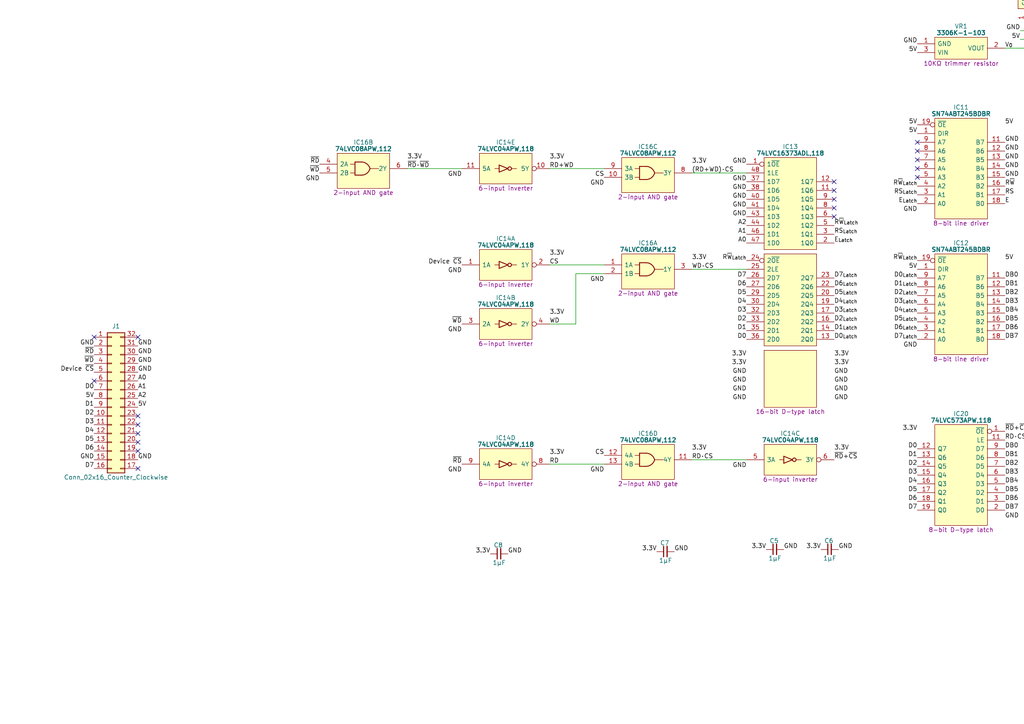
<source format=kicad_sch>
(kicad_sch (version 20230121) (generator eeschema)
  (paper "A4")
  (lib_symbols
    (symbol "Bourns:3306K-1-103" (pin_names (offset 0.762))
      (property "Reference" "VR" (at 12.7 5.08 0))
      (property "Value" "3306K-1-103" (at 12.7 3.175 0))
      (property "Description" "10KΩ trimmer resistor" (at 12.7 -5.715 0))
      (symbol "3306K-1-103_0_0"
        (pin passive line (at 0 0 0) (length 5.08) (name "GND") (number "1"))
        (pin passive line (at 25.4 -1.27 180) (length 5.08) (name "VOUT") (number "2"))
        (pin passive line (at 0 -2.54 0) (length 5.08) (name "VIN") (number "3"))
      )
      (symbol "3306K-1-103_0_1"
        (polyline (pts (xy 5.08 1.905) (xy 20.32 1.905) (xy 20.32 -4.445) (xy 5.08 -4.445) (xy 5.08 1.905)) (stroke (width 0.1524)) (fill (type background)))
      )
    )
    (symbol "C_0805_5" (pin_numbers hide) (pin_names (offset 0.254) hide)
      (property "Reference" "C" (at 2.286 2.54 0))
      (property "Value" "?μF" (at 2.54 -2.54 0))
      (symbol "C_0805_5_0_1"
        (polyline (pts (xy 1.9685 -1.4605) (xy 1.9685 1.5875)) (stroke (width 0.3048)))
        (polyline (pts (xy 2.9845 -1.4605) (xy 2.9845 1.5875)) (stroke (width 0.3302)))
      )
      (symbol "C_0805_5_1_1"
        (pin passive line (at 0 0 0) (length 2.032) (name "~") (number "1"))
        (pin passive line (at 5.08 0 180) (length 2.032) (name "~") (number "2"))
      )
    )
    (symbol "Connector_Generic:Conn_02x16_Counter_Clockwise" (pin_names (offset 1.016) hide)
      (property "Reference" "J" (at 1.27 20.32 0))
      (property "Value" "Conn_02x16_Counter_Clockwise" (at 1.27 -22.86 0))
      (symbol "Conn_02x16_Counter_Clockwise_1_1"
        (rectangle (start -1.27 -20.193) (end 0 -20.447) (stroke (width 0.1524)))
        (rectangle (start -1.27 -17.653) (end 0 -17.907) (stroke (width 0.1524)))
        (rectangle (start -1.27 -15.113) (end 0 -15.367) (stroke (width 0.1524)))
        (rectangle (start -1.27 -12.573) (end 0 -12.827) (stroke (width 0.1524)))
        (rectangle (start -1.27 -10.033) (end 0 -10.287) (stroke (width 0.1524)))
        (rectangle (start -1.27 -7.493) (end 0 -7.747) (stroke (width 0.1524)))
        (rectangle (start -1.27 -4.953) (end 0 -5.207) (stroke (width 0.1524)))
        (rectangle (start -1.27 -2.413) (end 0 -2.667) (stroke (width 0.1524)))
        (rectangle (start -1.27 0.127) (end 0 -0.127) (stroke (width 0.1524)))
        (rectangle (start -1.27 2.667) (end 0 2.413) (stroke (width 0.1524)))
        (rectangle (start -1.27 5.207) (end 0 4.953) (stroke (width 0.1524)))
        (rectangle (start -1.27 7.747) (end 0 7.493) (stroke (width 0.1524)))
        (rectangle (start -1.27 10.287) (end 0 10.033) (stroke (width 0.1524)))
        (rectangle (start -1.27 12.827) (end 0 12.573) (stroke (width 0.1524)))
        (rectangle (start -1.27 15.367) (end 0 15.113) (stroke (width 0.1524)))
        (rectangle (start -1.27 17.907) (end 0 17.653) (stroke (width 0.1524)))
        (rectangle (start -1.27 19.05) (end 3.81 -21.59) (stroke (width 0.254)) (fill (type background)))
        (rectangle (start 3.81 -20.193) (end 2.54 -20.447) (stroke (width 0.1524)))
        (rectangle (start 3.81 -17.653) (end 2.54 -17.907) (stroke (width 0.1524)))
        (rectangle (start 3.81 -15.113) (end 2.54 -15.367) (stroke (width 0.1524)))
        (rectangle (start 3.81 -12.573) (end 2.54 -12.827) (stroke (width 0.1524)))
        (rectangle (start 3.81 -10.033) (end 2.54 -10.287) (stroke (width 0.1524)))
        (rectangle (start 3.81 -7.493) (end 2.54 -7.747) (stroke (width 0.1524)))
        (rectangle (start 3.81 -4.953) (end 2.54 -5.207) (stroke (width 0.1524)))
        (rectangle (start 3.81 -2.413) (end 2.54 -2.667) (stroke (width 0.1524)))
        (rectangle (start 3.81 0.127) (end 2.54 -0.127) (stroke (width 0.1524)))
        (rectangle (start 3.81 2.667) (end 2.54 2.413) (stroke (width 0.1524)))
        (rectangle (start 3.81 5.207) (end 2.54 4.953) (stroke (width 0.1524)))
        (rectangle (start 3.81 7.747) (end 2.54 7.493) (stroke (width 0.1524)))
        (rectangle (start 3.81 10.287) (end 2.54 10.033) (stroke (width 0.1524)))
        (rectangle (start 3.81 12.827) (end 2.54 12.573) (stroke (width 0.1524)))
        (rectangle (start 3.81 15.367) (end 2.54 15.113) (stroke (width 0.1524)))
        (rectangle (start 3.81 17.907) (end 2.54 17.653) (stroke (width 0.1524)))
        (pin passive line (at -5.08 17.78 0) (length 3.81) (name "Pin_1") (number "1"))
        (pin passive line (at -5.08 -5.08 0) (length 3.81) (name "Pin_10") (number "10"))
        (pin passive line (at -5.08 -7.62 0) (length 3.81) (name "Pin_11") (number "11"))
        (pin passive line (at -5.08 -10.16 0) (length 3.81) (name "Pin_12") (number "12"))
        (pin passive line (at -5.08 -12.7 0) (length 3.81) (name "Pin_13") (number "13"))
        (pin passive line (at -5.08 -15.24 0) (length 3.81) (name "Pin_14") (number "14"))
        (pin passive line (at -5.08 -17.78 0) (length 3.81) (name "Pin_15") (number "15"))
        (pin passive line (at -5.08 -20.32 0) (length 3.81) (name "Pin_16") (number "16"))
        (pin passive line (at 7.62 -20.32 180) (length 3.81) (name "Pin_17") (number "17"))
        (pin passive line (at 7.62 -17.78 180) (length 3.81) (name "Pin_18") (number "18"))
        (pin passive line (at 7.62 -15.24 180) (length 3.81) (name "Pin_19") (number "19"))
        (pin passive line (at -5.08 15.24 0) (length 3.81) (name "Pin_2") (number "2"))
        (pin passive line (at 7.62 -12.7 180) (length 3.81) (name "Pin_20") (number "20"))
        (pin passive line (at 7.62 -10.16 180) (length 3.81) (name "Pin_21") (number "21"))
        (pin passive line (at 7.62 -7.62 180) (length 3.81) (name "Pin_22") (number "22"))
        (pin passive line (at 7.62 -5.08 180) (length 3.81) (name "Pin_23") (number "23"))
        (pin passive line (at 7.62 -2.54 180) (length 3.81) (name "Pin_24") (number "24"))
        (pin passive line (at 7.62 0 180) (length 3.81) (name "Pin_25") (number "25"))
        (pin passive line (at 7.62 2.54 180) (length 3.81) (name "Pin_26") (number "26"))
        (pin passive line (at 7.62 5.08 180) (length 3.81) (name "Pin_27") (number "27"))
        (pin passive line (at 7.62 7.62 180) (length 3.81) (name "Pin_28") (number "28"))
        (pin passive line (at 7.62 10.16 180) (length 3.81) (name "Pin_29") (number "29"))
        (pin passive line (at -5.08 12.7 0) (length 3.81) (name "Pin_3") (number "3"))
        (pin passive line (at 7.62 12.7 180) (length 3.81) (name "Pin_30") (number "30"))
        (pin passive line (at 7.62 15.24 180) (length 3.81) (name "Pin_31") (number "31"))
        (pin passive line (at 7.62 17.78 180) (length 3.81) (name "Pin_32") (number "32"))
        (pin passive line (at -5.08 10.16 0) (length 3.81) (name "Pin_4") (number "4"))
        (pin passive line (at -5.08 7.62 0) (length 3.81) (name "Pin_5") (number "5"))
        (pin passive line (at -5.08 5.08 0) (length 3.81) (name "Pin_6") (number "6"))
        (pin passive line (at -5.08 2.54 0) (length 3.81) (name "Pin_7") (number "7"))
        (pin passive line (at -5.08 0 0) (length 3.81) (name "Pin_8") (number "8"))
        (pin passive line (at -5.08 -2.54 0) (length 3.81) (name "Pin_9") (number "9"))
      )
    )
    (symbol "Diodes_Inc:AP7365-33WG-7" (pin_names (offset 0.762))
      (property "Reference" "IC" (at 12.7 5.08 0))
      (property "Value" "AP7365-33WG-7" (at 12.7 3.175 0))
      (property "Description" "3.3V LDO voltage regulator" (at 12.7 -8.255 0))
      (symbol "AP7365-33WG-7_0_0"
        (pin passive line (at 0 0 0) (length 5.08) (name "VIN") (number "1"))
        (pin passive line (at 0 -5.08 0) (length 5.08) (name "GND") (number "2"))
        (pin input line (at 0 -2.54 0) (length 5.08) (name "EN") (number "3"))
        (pin passive line (at 25.4 -5.08 180) (length 5.08) (name "ADJ") (number "4"))
        (pin passive line (at 25.4 0 180) (length 5.08) (name "VOUT") (number "5"))
      )
      (symbol "AP7365-33WG-7_0_1"
        (polyline (pts (xy 5.08 1.905) (xy 20.32 1.905) (xy 20.32 -6.985) (xy 5.08 -6.985) (xy 5.08 1.905)) (fill (type background)))
      )
    )
    (symbol "NMTC:NMTC-S16205DRGHS-07" (pin_names (offset 0.762))
      (property "Reference" "DS" (at 35.56 -21.59 0))
      (property "Value" "NMTC-S16205DRGHS-07" (at 35.56 -24.13 0))
      (symbol "NMTC-S16205DRGHS-07_0_0"
        (pin passive line (at -3.81 -54.61 90) (length 5.08) (name "GND") (number "1"))
        (pin bidirectional line (at 19.05 -54.61 90) (length 5.08) (name "DB3") (number "10"))
        (pin bidirectional line (at 21.59 -54.61 90) (length 5.08) (name "DB4") (number "11"))
        (pin bidirectional line (at 24.13 -54.61 90) (length 5.08) (name "DB5") (number "12"))
        (pin bidirectional line (at 26.67 -54.61 90) (length 5.08) (name "DB6") (number "13"))
        (pin bidirectional line (at 29.21 -54.61 90) (length 5.08) (name "DB7") (number "14"))
        (pin passive line (at 31.75 -54.61 90) (length 5.08) (name "LEDA") (number "15"))
        (pin passive line (at 34.29 -54.61 90) (length 5.08) (name "LEDK") (number "16"))
        (pin passive line (at -3.81 -21.59 270) (length 5.08) (name "GND") (number "17"))
        (pin passive line (at -1.27 -21.59 270) (length 5.08) (name "5V") (number "18"))
        (pin passive line (at 1.27 -21.59 270) (length 5.08) (name "V_{O}") (number "19"))
        (pin passive line (at -1.27 -54.61 90) (length 5.08) (name "5V") (number "2"))
        (pin input line (at 3.81 -21.59 270) (length 5.08) (name "RS") (number "20"))
        (pin input line (at 6.35 -21.59 270) (length 5.08) (name "R/~{W}") (number "21"))
        (pin input line (at 8.89 -21.59 270) (length 5.08) (name "E") (number "22"))
        (pin bidirectional line (at 11.43 -21.59 270) (length 5.08) (name "DB0") (number "23"))
        (pin bidirectional line (at 13.97 -21.59 270) (length 5.08) (name "DB1") (number "24"))
        (pin bidirectional line (at 16.51 -21.59 270) (length 5.08) (name "DB2") (number "25"))
        (pin bidirectional line (at 19.05 -21.59 270) (length 5.08) (name "DB3") (number "26"))
        (pin bidirectional line (at 21.59 -21.59 270) (length 5.08) (name "DB4") (number "27"))
        (pin bidirectional line (at 24.13 -21.59 270) (length 5.08) (name "DB5") (number "28"))
        (pin bidirectional line (at 26.67 -21.59 270) (length 5.08) (name "DB6") (number "29"))
        (pin passive line (at 1.27 -54.61 90) (length 5.08) (name "V_{O}") (number "3"))
        (pin bidirectional line (at 29.21 -21.59 270) (length 5.08) (name "DB7") (number "30"))
        (pin passive line (at 31.75 -21.59 270) (length 5.08) (name "LEDA") (number "31"))
        (pin passive line (at 34.29 -21.59 270) (length 5.08) (name "LEDK") (number "32"))
        (pin input line (at 3.81 -54.61 90) (length 5.08) (name "RS") (number "4"))
        (pin input line (at 6.35 -54.61 90) (length 5.08) (name "R/~{W}") (number "5"))
        (pin input line (at 8.89 -54.61 90) (length 5.08) (name "E") (number "6"))
        (pin bidirectional line (at 11.43 -54.61 90) (length 5.08) (name "DB0") (number "7"))
        (pin bidirectional line (at 13.97 -54.61 90) (length 5.08) (name "DB1") (number "8"))
        (pin bidirectional line (at 16.51 -54.61 90) (length 5.08) (name "DB2") (number "9"))
      )
      (symbol "NMTC-S16205DRGHS-07_0_1"
        (polyline (pts (xy -5.715 -49.53) (xy -5.715 -26.67) (xy 40.64 -26.67) (xy 40.64 -49.53) (xy -5.715 -49.53)) (stroke (width 0.1524)) (fill (type background)))
      )
    )
    (symbol "Nexperia:74LVC04APW,118_Multi" (pin_names (offset 0.762))
      (property "Reference" "IC" (at 12.7 7.62 0))
      (property "Value" "74LVC04APW,118" (at 12.7 5.715 0))
      (property "Description" "6-input inverter" (at 12.7 -5.715 0))
      (symbol "74LVC04APW,118_Multi_0_0"
        (pin passive line (at 25.4 2.54 180) (length 5.08) hide (name "3V") (number "14"))
        (pin passive line (at 0 -2.54 0) (length 5.08) hide (name "GND") (number "7"))
      )
      (symbol "74LVC04APW,118_Multi_0_1"
        (polyline (pts (xy 9.525 0) (xy 10.7949 0)))
        (polyline (pts (xy 14.351 0) (xy 15.875 0)))
        (polyline (pts (xy 10.795 -1.016) (xy 13.335 0) (xy 10.795 1.016)) (stroke (width 0.254)))
        (polyline (pts (xy 5.08 4.445) (xy 20.32 4.445) (xy 20.32 -4.445) (xy 5.08 -4.445) (xy 5.08 4.445)) (stroke (width 0.1524)) (fill (type background)))
        (rectangle (start 10.795 1.016) (end 10.795 -1.016) (stroke (width 0.254)) (fill (type background)))
        (circle (center 13.843 0) (radius 0.508) (stroke (width 0.254)))
      )
      (symbol "74LVC04APW,118_Multi_1_0"
        (pin input line (at 0 0 0) (length 5.08) (name "1A") (number "1"))
        (pin output inverted (at 25.4 0 180) (length 5.08) (name "1Y") (number "2"))
      )
      (symbol "74LVC04APW,118_Multi_2_0"
        (pin input line (at 0 0 0) (length 5.08) (name "2A") (number "3"))
        (pin output inverted (at 25.4 0 180) (length 5.08) (name "2Y") (number "4"))
      )
      (symbol "74LVC04APW,118_Multi_3_0"
        (pin input line (at 0 0 0) (length 5.08) (name "3A") (number "5"))
        (pin output inverted (at 25.4 0 180) (length 5.08) (name "3Y") (number "6"))
      )
      (symbol "74LVC04APW,118_Multi_4_0"
        (pin output inverted (at 25.4 0 180) (length 5.08) (name "4Y") (number "8"))
        (pin input line (at 0 0 0) (length 5.08) (name "4A") (number "9"))
      )
      (symbol "74LVC04APW,118_Multi_5_0"
        (pin output inverted (at 25.4 0 180) (length 5.08) (name "5Y") (number "10"))
        (pin input line (at 0 0 0) (length 5.08) (name "5A") (number "11"))
      )
      (symbol "74LVC04APW,118_Multi_6_0"
        (pin output inverted (at 25.4 0 180) (length 5.08) (name "6Y") (number "12"))
        (pin input line (at 0 0 0) (length 5.08) (name "6A") (number "13"))
      )
    )
    (symbol "Nexperia:74LVC08APW,112_Multi" (pin_names (offset 0.762))
      (property "Reference" "IC" (at 12.7 6.35 0))
      (property "Value" "74LVC08APW,112" (at 12.7 4.445 0))
      (property "Description" "2-input AND gate" (at 12.7 -8.255 0))
      (symbol "74LVC08APW,112_Multi_0_0"
        (pin passive line (at 25.4 1.27 180) (length 5.08) hide (name "3V") (number "14"))
        (pin passive line (at 0 -5.08 0) (length 5.08) hide (name "GND") (number "7"))
      )
      (symbol "74LVC08APW,112_Multi_0_1"
        (polyline (pts (xy 8.89 -2.54) (xy 10.1599 -2.54)))
        (polyline (pts (xy 8.89 0) (xy 10.1599 0)))
        (polyline (pts (xy 10.248 0.635) (xy 10.248 -3.175)) (stroke (width 0.254)) (fill (type background)))
        (polyline (pts (xy 12.065 -3.175) (xy 10.248 -3.175)) (stroke (width 0.254)) (fill (type background)))
        (polyline (pts (xy 12.065 0.635) (xy 10.248 0.635)) (stroke (width 0.254)) (fill (type background)))
        (polyline (pts (xy 14.605 -1.27) (xy 17.145 -1.27)))
        (polyline (pts (xy 5.08 3.175) (xy 20.32 3.175) (xy 20.32 -6.985) (xy 5.08 -6.985) (xy 5.08 3.175)) (stroke (width 0.1524)) (fill (type background)))
        (arc (start 12.065 -3.175) (mid 13.6634 -2.6604) (end 14.605 -1.27) (stroke (width 0.254)))
        (arc (start 14.605 -1.27) (mid 13.6646 0.122) (end 12.065 0.635) (stroke (width 0.254)))
      )
      (symbol "74LVC08APW,112_Multi_1_0"
        (pin input line (at 0 0 0) (length 5.08) (name "1A") (number "1"))
        (pin input line (at 0 -2.54 0) (length 5.08) (name "1B") (number "2"))
        (pin passive line (at 25.4 -1.27 180) (length 5.08) (name "1Y") (number "3"))
      )
      (symbol "74LVC08APW,112_Multi_2_0"
        (pin input line (at 0 0 0) (length 5.08) (name "2A") (number "4"))
        (pin input line (at 0 -2.54 0) (length 5.08) (name "2B") (number "5"))
        (pin output line (at 25.4 -1.27 180) (length 5.08) (name "2Y") (number "6"))
      )
      (symbol "74LVC08APW,112_Multi_3_0"
        (pin input line (at 0 -2.54 0) (length 5.08) (name "3B") (number "10"))
        (pin output line (at 25.4 -1.27 180) (length 5.08) (name "3Y") (number "8"))
        (pin input line (at 0 0 0) (length 5.08) (name "3A") (number "9"))
      )
      (symbol "74LVC08APW,112_Multi_4_0"
        (pin output line (at 25.4 -1.27 180) (length 5.08) (name "4Y") (number "11"))
        (pin input line (at 0 0 0) (length 5.08) (name "4A") (number "12"))
        (pin input line (at 0 -2.54 0) (length 5.08) (name "4B") (number "13"))
      )
    )
    (symbol "Nexperia:74LVC16373ADL,118" (pin_names (offset 0.762))
      (property "Reference" "IC" (at 12.7 5.08 0))
      (property "Value" "74LVC16373ADL,118" (at 12.7 3.175 0))
      (property "Description" "16-bit D-type latch" (at 12.7 -71.755 0))
      (symbol "74LVC16373ADL,118_0_0"
        (pin input inverted (at 0 0 0) (length 5.08) (name "1~{OE}") (number "1"))
        (pin tri_state line (at 25.4 -7.62 180) (length 5.08) (name "1Q6") (number "11"))
        (pin tri_state line (at 25.4 -5.08 180) (length 5.08) (name "1Q7") (number "12"))
        (pin tri_state line (at 25.4 -50.8 180) (length 5.08) (name "2Q0") (number "13"))
        (pin tri_state line (at 25.4 -48.26 180) (length 5.08) (name "2Q1") (number "14"))
        (pin tri_state line (at 25.4 -45.72 180) (length 5.08) (name "2Q2") (number "16"))
        (pin tri_state line (at 25.4 -43.18 180) (length 5.08) (name "2Q3") (number "17"))
        (pin tri_state line (at 25.4 -40.64 180) (length 5.08) (name "2Q4") (number "19"))
        (pin tri_state line (at 25.4 -22.86 180) (length 5.08) (name "1Q0") (number "2"))
        (pin tri_state line (at 25.4 -38.1 180) (length 5.08) (name "2Q5") (number "20"))
        (pin tri_state line (at 25.4 -35.56 180) (length 5.08) (name "2Q6") (number "22"))
        (pin tri_state line (at 25.4 -33.02 180) (length 5.08) (name "2Q7") (number "23"))
        (pin input inverted (at 0 -27.94 0) (length 5.08) (name "2~{OE}") (number "24"))
        (pin input line (at 0 -30.48 0) (length 5.08) (name "2LE") (number "25"))
        (pin input line (at 0 -33.02 0) (length 5.08) (name "2D7") (number "26"))
        (pin input line (at 0 -35.56 0) (length 5.08) (name "2D6") (number "27"))
        (pin input line (at 0 -38.1 0) (length 5.08) (name "2D5") (number "29"))
        (pin tri_state line (at 25.4 -20.32 180) (length 5.08) (name "1Q1") (number "3"))
        (pin input line (at 0 -40.64 0) (length 5.08) (name "2D4") (number "30"))
        (pin input line (at 0 -43.18 0) (length 5.08) (name "2D3") (number "32"))
        (pin input line (at 0 -45.72 0) (length 5.08) (name "2D2") (number "33"))
        (pin input line (at 0 -48.26 0) (length 5.08) (name "2D1") (number "35"))
        (pin input line (at 0 -50.8 0) (length 5.08) (name "2D0") (number "36"))
        (pin input line (at 0 -5.08 0) (length 5.08) (name "1D7") (number "37"))
        (pin input line (at 0 -10.16 0) (length 5.08) (name "1D5") (number "40"))
        (pin input line (at 0 -12.7 0) (length 5.08) (name "1D4") (number "41"))
        (pin input line (at 0 -15.24 0) (length 5.08) (name "1D3") (number "43"))
        (pin input line (at 0 -17.78 0) (length 5.08) (name "1D2") (number "44"))
        (pin input line (at 0 -20.32 0) (length 5.08) (name "1D1") (number "46"))
        (pin input line (at 0 -22.86 0) (length 5.08) (name "1D0") (number "47"))
        (pin input line (at 0 -2.54 0) (length 5.08) (name "1LE") (number "48"))
        (pin tri_state line (at 25.4 -17.78 180) (length 5.08) (name "1Q2") (number "5"))
        (pin tri_state line (at 25.4 -15.24 180) (length 5.08) (name "1Q3") (number "6"))
        (pin tri_state line (at 25.4 -12.7 180) (length 5.08) (name "1Q4") (number "8"))
        (pin tri_state line (at 25.4 -10.16 180) (length 5.08) (name "1Q5") (number "9"))
      )
      (symbol "74LVC16373ADL,118_0_1"
        (polyline (pts (xy 5.08 -53.975) (xy 20.32 -53.975) (xy 20.32 -70.485) (xy 5.08 -70.485) (xy 5.08 -53.975)) (stroke (width 0.1524)) (fill (type background)))
        (polyline (pts (xy 5.08 -26.035) (xy 20.32 -26.035) (xy 20.32 -52.705) (xy 5.08 -52.705) (xy 5.08 -26.035)) (stroke (width 0.1524)) (fill (type background)))
        (polyline (pts (xy 5.08 1.905) (xy 20.32 1.905) (xy 20.32 -24.765) (xy 5.08 -24.765) (xy 5.08 1.905)) (stroke (width 0.1524)) (fill (type background)))
      )
      (symbol "74LVC16373ADL,118_1_0"
        (pin passive line (at 0 -63.5 0) (length 5.08) hide (name "GND") (number "10"))
        (pin passive line (at 0 -66.04 0) (length 5.08) hide (name "GND") (number "15"))
        (pin passive line (at 0 -58.42 0) (length 5.08) hide (name "3V") (number "18"))
        (pin passive line (at 0 -68.58 0) (length 5.08) hide (name "GND") (number "21"))
        (pin passive line (at 25.4 -68.58 180) (length 5.08) hide (name "GND") (number "28"))
        (pin passive line (at 25.4 -58.42 180) (length 5.08) hide (name "3V") (number "31"))
        (pin passive line (at 25.4 -66.04 180) (length 5.08) hide (name "GND") (number "34"))
        (pin input line (at 0 -7.62 0) (length 5.08) (name "1D6") (number "38"))
        (pin passive line (at 25.4 -63.5 180) (length 5.08) hide (name "GND") (number "39"))
        (pin passive line (at 0 -60.96 0) (length 5.08) hide (name "GND") (number "4"))
        (pin passive line (at 25.4 -55.88 180) (length 5.08) hide (name "3V") (number "42"))
        (pin passive line (at 25.4 -60.96 180) (length 5.08) hide (name "GND") (number "45"))
        (pin passive line (at 0 -55.88 0) (length 5.08) hide (name "3V") (number "7"))
      )
    )
    (symbol "Nexperia:74LVC573APW,118" (pin_names (offset 0.762))
      (property "Reference" "IC" (at 12.7 5.08 0))
      (property "Value" "74LVC573APW,118" (at 12.7 3.175 0))
      (property "Description" "8-bit D-type latch" (at 12.7 -28.575 0))
      (symbol "74LVC573APW,118_0_0"
        (pin input inverted (at 0 0 0) (length 5.08) (name "~{OE}") (number "1"))
        (pin passive line (at 0 -25.4 0) (length 5.08) hide (name "GND") (number "10"))
        (pin input line (at 0 -2.54 0) (length 5.08) (name "LE") (number "11"))
        (pin tri_state line (at 25.4 -5.08 180) (length 5.08) (name "Q7") (number "12"))
        (pin tri_state line (at 25.4 -7.62 180) (length 5.08) (name "Q6") (number "13"))
        (pin tri_state line (at 25.4 -10.16 180) (length 5.08) (name "Q5") (number "14"))
        (pin tri_state line (at 25.4 -12.7 180) (length 5.08) (name "Q4") (number "15"))
        (pin tri_state line (at 25.4 -15.24 180) (length 5.08) (name "Q3") (number "16"))
        (pin tri_state line (at 25.4 -17.78 180) (length 5.08) (name "Q2") (number "17"))
        (pin tri_state line (at 25.4 -20.32 180) (length 5.08) (name "Q1") (number "18"))
        (pin tri_state line (at 25.4 -22.86 180) (length 5.08) (name "Q0") (number "19"))
        (pin input line (at 0 -22.86 0) (length 5.08) (name "D0") (number "2"))
        (pin passive line (at 25.4 0 180) (length 5.08) hide (name "3V") (number "20"))
        (pin input line (at 0 -20.32 0) (length 5.08) (name "D1") (number "3"))
        (pin input line (at 0 -17.78 0) (length 5.08) (name "D2") (number "4"))
        (pin input line (at 0 -15.24 0) (length 5.08) (name "D3") (number "5"))
        (pin input line (at 0 -12.7 0) (length 5.08) (name "D4") (number "6"))
        (pin input line (at 0 -10.16 0) (length 5.08) (name "D5") (number "7"))
        (pin input line (at 0 -7.62 0) (length 5.08) (name "D6") (number "8"))
        (pin input line (at 0 -5.08 0) (length 5.08) (name "D7") (number "9"))
      )
      (symbol "74LVC573APW,118_0_1"
        (polyline (pts (xy 5.08 1.905) (xy 20.32 1.905) (xy 20.32 -27.305) (xy 5.08 -27.305) (xy 5.08 1.905)) (stroke (width 0.1524)) (fill (type background)))
      )
    )
    (symbol "Texas_Instruments:SN74ABT245BDBR" (pin_names (offset 0.762))
      (property "Reference" "IC" (at 12.7 5.08 0))
      (property "Value" "SN74ABT245BDBR" (at 12.7 3.175 0))
      (property "Description" "8-bit line driver" (at 12.7 -28.575 0))
      (symbol "SN74ABT245BDBR_0_0"
        (pin input line (at 0 -2.54 0) (length 5.08) (name "DIR") (number "1"))
        (pin passive line (at 0 -25.4 0) (length 5.08) hide (name "GND") (number "10"))
        (pin tri_state line (at 25.4 -5.08 180) (length 5.08) (name "B7") (number "11"))
        (pin tri_state line (at 25.4 -7.62 180) (length 5.08) (name "B6") (number "12"))
        (pin tri_state line (at 25.4 -10.16 180) (length 5.08) (name "B5") (number "13"))
        (pin tri_state line (at 25.4 -12.7 180) (length 5.08) (name "B4") (number "14"))
        (pin tri_state line (at 25.4 -15.24 180) (length 5.08) (name "B3") (number "15"))
        (pin tri_state line (at 25.4 -17.78 180) (length 5.08) (name "B2") (number "16"))
        (pin tri_state line (at 25.4 -20.32 180) (length 5.08) (name "B1") (number "17"))
        (pin tri_state line (at 25.4 -22.86 180) (length 5.08) (name "B0") (number "18"))
        (pin input inverted (at 0 0 0) (length 5.08) (name "~{OE}") (number "19"))
        (pin tri_state line (at 0 -22.86 0) (length 5.08) (name "A0") (number "2"))
        (pin passive line (at 25.4 0 180) (length 5.08) hide (name "5V") (number "20"))
        (pin tri_state line (at 0 -20.32 0) (length 5.08) (name "A1") (number "3"))
        (pin tri_state line (at 0 -17.78 0) (length 5.08) (name "A2") (number "4"))
        (pin tri_state line (at 0 -15.24 0) (length 5.08) (name "A3") (number "5"))
        (pin tri_state line (at 0 -12.7 0) (length 5.08) (name "A4") (number "6"))
        (pin tri_state line (at 0 -10.16 0) (length 5.08) (name "A5") (number "7"))
        (pin tri_state line (at 0 -7.62 0) (length 5.08) (name "A6") (number "8"))
        (pin tri_state line (at 0 -5.08 0) (length 5.08) (name "A7") (number "9"))
      )
      (symbol "SN74ABT245BDBR_0_1"
        (polyline (pts (xy 5.08 1.905) (xy 20.32 1.905) (xy 20.32 -27.305) (xy 5.08 -27.305) (xy 5.08 1.905)) (stroke (width 0.1524)) (fill (type background)))
      )
    )
  )
  (junction (at 445.135 15.24))
  (junction (at 415.925 15.24))
  (no_connect (at 40.005 130.81))
  (no_connect (at 330.2 -25.4))
  (no_connect (at 335.28 7.62))
  (no_connect (at 40.005 120.65))
  (no_connect (at 27.305 97.79))
  (no_connect (at 297.18 -25.4))
  (no_connect (at 40.005 125.73))
  (no_connect (at 241.935 62.865))
  (no_connect (at 317.5 -25.4))
  (no_connect (at 325.12 -25.4))
  (no_connect (at 320.04 -25.4))
  (no_connect (at 266.065 41.275))
  (no_connect (at 266.065 48.895))
  (no_connect (at 266.065 51.435))
  (no_connect (at 312.42 -25.4))
  (no_connect (at 241.935 60.325))
  (no_connect (at 327.66 -25.4))
  (no_connect (at 241.935 57.785))
  (no_connect (at 307.34 -25.4))
  (no_connect (at 241.935 52.705))
  (no_connect (at 332.74 -25.4))
  (no_connect (at 309.88 -25.4))
  (no_connect (at 322.58 -25.4))
  (no_connect (at 299.72 -25.4))
  (no_connect (at 302.26 -25.4))
  (no_connect (at 332.74 7.62))
  (no_connect (at 40.005 135.89))
  (no_connect (at 40.005 97.79))
  (no_connect (at 304.8 -25.4))
  (no_connect (at 266.065 46.355))
  (no_connect (at 335.28 -25.4))
  (no_connect (at 496.57 35.56))
  (no_connect (at 241.935 55.245))
  (no_connect (at 441.325 20.32))
  (no_connect (at 266.065 43.815))
  (no_connect (at 314.96 -25.4))
  (no_connect (at 40.005 128.27))
  (no_connect (at 40.005 123.19))
  (no_connect (at 27.305 110.49))
  (wire (pts (xy 400.685 15.24) (xy 400.685 20.32)))
  (wire (pts (xy 400.685 15.24) (xy 415.925 15.24)))
  (wire (pts (xy 200.66 133.35) (xy 216.535 133.35)))
  (wire (pts (xy 445.135 15.24) (xy 450.215 15.24)))
  (wire (pts (xy 167.005 93.98) (xy 159.385 93.98)))
  (wire (pts (xy 299.72 7.62) (xy 299.72 11.43)))
  (wire (pts (xy 297.18 8.89) (xy 295.91 8.89)))
  (wire (pts (xy 175.26 79.375) (xy 167.005 79.375)))
  (wire (pts (xy 159.385 134.62) (xy 175.26 134.62)))
  (wire (pts (xy 299.72 11.43) (xy 295.91 11.43)))
  (wire (pts (xy 445.135 20.32) (xy 445.135 15.24)))
  (wire (pts (xy 400.685 20.32) (xy 401.955 20.32)))
  (wire (pts (xy 167.005 79.375) (xy 167.005 93.98)))
  (wire (pts (xy 200.66 78.105) (xy 216.535 78.105)))
  (wire (pts (xy 200.66 50.165) (xy 216.535 50.165)))
  (wire (pts (xy 297.18 7.62) (xy 297.18 8.89)))
  (wire (pts (xy 159.385 48.895) (xy 175.26 48.895)))
  (wire (pts (xy 302.26 7.62) (xy 302.26 13.97)))
  (wire (pts (xy 159.385 76.835) (xy 175.26 76.835)))
  (wire (pts (xy 415.925 15.24) (xy 415.925 17.78)))
  (wire (pts (xy 441.325 15.24) (xy 445.135 15.24)))
  (wire (pts (xy 118.11 48.895) (xy 133.985 48.895)))
  (wire (pts (xy 291.465 13.97) (xy 302.26 13.97)))
  (rectangle (start 387.985 -8.255) (end 502.92 46.99) (stroke (width 0) (type dash)))
  (text "Power and Spares" (at 390.525 43.815 0) (effects (font (size 2.54 2.54) (thickness 0.508) bold) (justify left bottom)))
  (label "GND" (at 216.535 111.125 180))
  (label "D1_{Latch}" (at 266.065 83.185 180))
  (label "GND" (at 216.535 135.89 180))
  (label "D6" (at 266.065 145.415 180))
  (label "D3_{Latch}" (at 241.935 90.805 0))
  (label "GND" (at 216.535 60.325 180))
  (label "DB4" (at 322.58 7.62 270))
  (label "DB3" (at 291.465 137.795 0))
  (label "3.3V" (at 159.385 74.295 0))
  (label "A2" (at 40.005 115.57 0))
  (label "Device ~{CS}" (at 133.985 76.835 180))
  (label "A0" (at 216.535 70.485 180))
  (label "GND" (at 471.17 38.1 180))
  (label "GND" (at 318.77 96.52 0))
  (label "D6_{Latch}" (at 241.935 83.185 0))
  (label "E_{Latch}" (at 266.065 59.055 180))
  (label "GND" (at 133.985 79.375 180))
  (label "3.3V" (at 241.935 103.505 0))
  (label "D3" (at 27.305 123.19 180))
  (label "D3" (at 216.535 90.805 180))
  (label "Device ~{CS}" (at 27.305 107.95 180))
  (label "GND" (at 291.465 48.895 0))
  (label "5V" (at 291.465 75.565 0))
  (label "3.3V" (at 200.66 47.625 0))
  (label "5V" (at 335.28 21.59 180))
  (label "D1" (at 216.535 95.885 180))
  (label "RD" (at 159.385 134.62 0))
  (label "3.3V" (at 200.66 130.81 0))
  (label "D0" (at 266.065 130.175 180))
  (label "3.3V" (at 241.935 130.81 0))
  (label "~{RD}·~{WD}" (at 118.11 48.895 0))
  (label "3.3V" (at 241.935 106.045 0))
  (label "GND" (at 216.535 47.625 180))
  (label "D2" (at 266.065 135.255 180))
  (label "D6_{Latch}" (at 266.065 95.885 180))
  (label "3.3V" (at 216.535 106.045 180))
  (label "RD·CS" (at 291.465 127.635 0))
  (label "D7" (at 266.065 147.955 180))
  (label "GND" (at 216.535 116.205 180))
  (label "A0" (at 40.005 110.49 0))
  (label "5V" (at 266.065 38.735 180))
  (label "D3" (at 266.065 137.795 180))
  (label "GND" (at 216.535 52.705 180))
  (label "GND" (at 27.305 133.35 180))
  (label "GND" (at 471.17 35.56 180))
  (label "GND" (at 133.985 137.16 180))
  (label "GND" (at 243.205 159.385 0))
  (label "D4" (at 266.065 140.335 180))
  (label "DB3" (at 291.465 88.265 0))
  (label "D2" (at 216.535 93.345 180))
  (label "~{WD}" (at 133.985 93.98 180))
  (label "GND" (at 321.31 139.065 0))
  (label "GND" (at 216.535 57.785 180))
  (label "5V" (at 400.685 15.24 180))
  (label "A2" (at 216.535 65.405 180))
  (label "D2" (at 27.305 120.65 180))
  (label "GND" (at 27.305 100.33 180))
  (label "GND" (at 291.465 51.435 0))
  (label "GND" (at 407.035 20.32 0))
  (label "D4" (at 216.535 88.265 180))
  (label "WD" (at 159.385 93.98 0))
  (label "D3_{Latch}" (at 266.065 88.265 180))
  (label "GND" (at 241.935 116.205 0))
  (label "WD·CS" (at 200.66 78.105 0))
  (label "5V" (at 266.065 78.105 180))
  (label "CS" (at 175.26 51.435 180))
  (label "D0" (at 27.305 113.03 180))
  (label "DB2" (at 291.465 85.725 0))
  (label "GND" (at 450.215 20.32 0))
  (label "GND" (at 241.935 113.665 0))
  (label "A1" (at 216.535 67.945 180))
  (label "~{RD}+~{CS}" (at 291.465 125.095 0))
  (label "D7" (at 216.535 80.645 180))
  (label "V_{0}" (at 291.465 13.97 0))
  (label "GND" (at 295.91 8.89 180))
  (label "5V" (at 27.305 115.57 180))
  (label "5V" (at 313.69 96.52 180))
  (label "E_{Latch}" (at 241.935 70.485 0))
  (label "3.3V" (at 266.065 125.095 180))
  (label "RS" (at 304.8 7.62 270))
  (label "~{RD}+~{CS}" (at 241.935 133.35 0))
  (label "R~{W}_{Latch}" (at 266.065 53.975 180))
  (label "D5" (at 27.305 128.27 180))
  (label "D0_{Latch}" (at 266.065 80.645 180))
  (label "RS_{Latch}" (at 241.935 67.945 0))
  (label "DB6" (at 291.465 145.415 0))
  (label "3.3V" (at 200.66 75.565 0))
  (label "GND" (at 291.465 43.815 0))
  (label "GND" (at 266.065 100.965 180))
  (label "D1" (at 266.065 132.715 180))
  (label "GND" (at 216.535 113.665 180))
  (label "D7_{Latch}" (at 266.065 98.425 180))
  (label "GND" (at 291.465 46.355 0))
  (label "GND" (at 40.005 133.35 0))
  (label "DB6" (at 291.465 95.885 0))
  (label "R~{W}_{Latch}" (at 241.935 65.405 0))
  (label "DB7" (at 291.465 147.955 0))
  (label "D6" (at 27.305 130.81 180))
  (label "R~{W}" (at 291.465 53.975 0))
  (label "GND" (at 266.065 61.595 180))
  (label "GND" (at 315.595 53.34 0))
  (label "3.3V" (at 118.11 46.355 0))
  (label "5V" (at 295.91 11.43 180))
  (label "CS" (at 175.26 132.08 180))
  (label "GND" (at 175.26 53.975 180))
  (label "E" (at 291.465 59.055 0))
  (label "D4_{Latch}" (at 241.935 88.265 0))
  (label "RD+WD" (at 159.385 48.895 0))
  (label "D4_{Latch}" (at 266.065 90.805 180))
  (label "3.3V" (at 216.535 103.505 180))
  (label "D5_{Latch}" (at 241.935 85.725 0))
  (label "D2_{Latch}" (at 241.935 93.345 0))
  (label "D6" (at 216.535 83.185 180))
  (label "R~{W}" (at 307.34 7.62 270))
  (label "5V" (at 40.005 118.11 0))
  (label "~{WD}" (at 92.71 50.165 180))
  (label "R~{W}_{Latch}" (at 266.065 75.565 180))
  (label "DB5" (at 291.465 93.345 0))
  (label "GND" (at 241.935 111.125 0))
  (label "DB5" (at 325.12 7.62 270))
  (label "RS" (at 291.465 56.515 0))
  (label "DB5" (at 291.465 142.875 0))
  (label "D7_{Latch}" (at 241.935 80.645 0))
  (label "DB4" (at 291.465 90.805 0))
  (label "DB1" (at 314.96 7.62 270))
  (label "GND" (at 195.58 160.02 0))
  (label "D4" (at 27.305 125.73 180))
  (label "3.3V" (at 496.57 33.02 0))
  (label "~{WD}" (at 27.305 105.41 180))
  (label "GND" (at 175.26 81.915 180))
  (label "5V" (at 266.065 36.195 180))
  (label "D5_{Latch}" (at 266.065 93.345 180))
  (label "DB0" (at 291.465 130.175 0))
  (label "CS" (at 159.385 76.835 0))
  (label "~{RD}" (at 27.305 102.87 180))
  (label "3.3V" (at 450.215 15.24 0))
  (label "3.3V" (at 316.23 139.065 180))
  (label "DB2" (at 317.5 7.62 270))
  (label "DB6" (at 327.66 7.62 270))
  (label "3.3V" (at 159.385 46.355 0))
  (label "A1" (at 40.005 113.03 0))
  (label "D0" (at 216.535 98.425 180))
  (label "E" (at 309.88 7.62 270))
  (label "DB2" (at 291.465 135.255 0))
  (label "GND" (at 340.36 21.59 0))
  (label "GND" (at 266.065 12.7 180))
  (label "GND" (at 291.465 41.275 0))
  (label "GND" (at 216.535 55.245 180))
  (label "RD·CS" (at 200.66 133.35 0))
  (label "5V" (at 310.515 53.34 180))
  (label "~{RD}" (at 92.71 47.625 180))
  (label "GND" (at 216.535 108.585 180))
  (label "DB0" (at 312.42 7.62 270))
  (label "3.3V" (at 222.25 159.385 180))
  (label "GND" (at 40.005 100.33 0))
  (label "GND" (at 415.925 20.32 180))
  (label "GND" (at 227.33 159.385 0))
  (label "DB1" (at 291.465 132.715 0))
  (label "GND" (at 133.985 96.52 180))
  (label "3.3V" (at 238.125 159.385 180))
  (label "DB0" (at 291.465 80.645 0))
  (label "3.3V" (at 190.5 160.02 180))
  (label "DB7" (at 291.465 98.425 0))
  (label "D7" (at 27.305 135.89 180))
  (label "D1_{Latch}" (at 241.935 95.885 0))
  (label "3.3V" (at 142.24 160.655 180))
  (label "GND" (at 40.005 102.87 0))
  (label "(RD+WD)·CS" (at 200.66 50.165 0))
  (label "~{RD}" (at 133.985 134.62 180))
  (label "GND" (at 175.26 137.16 180))
  (label "DB3" (at 320.04 7.62 270))
  (label "DB4" (at 291.465 140.335 0))
  (label "GND" (at 40.005 105.41 0))
  (label "GND" (at 241.935 108.585 0))
  (label "D2_{Latch}" (at 266.065 85.725 180))
  (label "RS_{Latch}" (at 266.065 56.515 180))
  (label "D0_{Latch}" (at 241.935 98.425 0))
  (label "DB7" (at 330.2 7.62 270))
  (label "5V" (at 266.065 15.24 180))
  (label "DB1" (at 291.465 83.185 0))
  (label "3.3V" (at 159.385 132.08 0))
  (label "R~{W}_{Latch}" (at 216.535 75.565 180))
  (label "GND" (at 216.535 62.865 180))
  (label "D5" (at 266.065 142.875 180))
  (label "GND" (at 147.32 160.655 0))
  (label "D5" (at 216.535 85.725 180))
  (label "GND" (at 40.005 107.95 0))
  (label "GND" (at 92.71 52.705 180))
  (label "GND" (at 291.465 150.495 0))
  (label "D1" (at 27.305 118.11 180))
  (label "5V" (at 291.465 36.195 0))
  (label "3.3V" (at 159.385 91.44 0))
  (label "GND" (at 133.985 51.435 180))
  (symbol (lib_id "Nexperia:74LVC08APW,112_Multi") (at 175.26 48.895 0) (unit 3)
    (property "Reference" "IC16" (at 187.96 42.545 0))
    (property "Value" "74LVC08APW,112" (at 187.96 44.45 0) (effects (font bold)))
    (property "Footprint" "SOP65P640X110-14N" (effects hide))
    (property "Datasheet" "https://assets.nexperia.com/documents/data-sheet/74LVC08A.pdf" (effects hide))
    (property "Description" "2-input AND gate" (at 187.96 57.15 0))
    (property "Height" "1.1" (effects hide))
    (property "Manufacturer_Name" "Nexperia" (effects hide))
    (property "Manufacturer_Part_Number" "74LVC08APW,112" (effects hide))
    (property "Mouser Part Number" "771-74LVC08APW" (effects hide))
    (property "Mouser Price/Stock" "https://www.mouser.com/Search/Refine.aspx?Keyword=771-74LVC08APW" (effects hide))
    (property "Silkscreen" "74LVC08" (effects hide))
  )
  (symbol (lib_id "Nexperia:74LVC08APW,112_Multi") (at 175.26 76.835 0) (unit 1)
    (property "Reference" "IC16" (at 187.96 70.485 0))
    (property "Value" "74LVC08APW,112" (at 187.96 72.39 0) (effects (font bold)))
    (property "Footprint" "SOP65P640X110-14N" (effects hide))
    (property "Datasheet" "https://assets.nexperia.com/documents/data-sheet/74LVC08A.pdf" (effects hide))
    (property "Description" "2-input AND gate" (at 187.96 85.09 0))
    (property "Height" "1.1" (effects hide))
    (property "Manufacturer_Name" "Nexperia" (effects hide))
    (property "Manufacturer_Part_Number" "74LVC08APW,112" (effects hide))
    (property "Mouser Part Number" "771-74LVC08APW" (effects hide))
    (property "Mouser Price/Stock" "https://www.mouser.com/Search/Refine.aspx?Keyword=771-74LVC08APW" (effects hide))
    (property "Silkscreen" "74LVC08" (effects hide))
  )
  (symbol (lib_name "C_0805_5") (lib_id "HCP65:C_0805") (at 190.5 160.02 0) (unit 1)
    (property "Reference" "C7" (at 192.786 157.48 0))
    (property "Value" "1μF" (at 193.04 162.56 0))
    (property "Footprint" "SamacSys_Parts:C_0805" (effects hide))
  )
  (symbol (lib_id "Nexperia:74LVC08APW,112_Multi") (at 92.71 47.625 0) (unit 2)
    (property "Reference" "IC16" (at 105.41 41.275 0))
    (property "Value" "74LVC08APW,112" (at 105.41 43.18 0) (effects (font bold)))
    (property "Footprint" "SOP65P640X110-14N" (effects hide))
    (property "Datasheet" "https://assets.nexperia.com/documents/data-sheet/74LVC08A.pdf" (effects hide))
    (property "Description" "2-input AND gate" (at 105.41 55.88 0))
    (property "Height" "1.1" (effects hide))
    (property "Manufacturer_Name" "Nexperia" (effects hide))
    (property "Manufacturer_Part_Number" "74LVC08APW,112" (effects hide))
    (property "Mouser Part Number" "771-74LVC08APW" (effects hide))
    (property "Mouser Price/Stock" "https://www.mouser.com/Search/Refine.aspx?Keyword=771-74LVC08APW" (effects hide))
    (property "Silkscreen" "74LVC08" (effects hide))
  )
  (symbol (lib_id "Connector_Generic:Conn_02x16_Counter_Clockwise") (at 32.385 115.57 0) (unit 1)
    (property "Reference" "J1" (at 33.655 94.615 0))
    (property "Value" "Conn_02x16_Counter_Clockwise" (at 33.655 138.43 0))
    (property "Footprint" "SamacSys_Parts:DIP-32_Board_W22.86mm" (effects hide))
  )
  (symbol (lib_id "Nexperia:74LVC04APW,118_Multi") (at 133.985 76.835 0) (unit 1)
    (property "Reference" "IC14" (at 146.685 69.215 0))
    (property "Value" "74LVC04APW,118" (at 146.685 71.12 0) (effects (font bold)))
    (property "Footprint" "SOP65P640X110-14N" (effects hide))
    (property "Datasheet" "https://assets.nexperia.com/documents/data-sheet/74LVC04A.pdf" (effects hide))
    (property "Description" "6-input inverter" (at 146.685 82.55 0))
    (property "Height" "1.1" (effects hide))
    (property "Manufacturer_Name" "Nexperia" (effects hide))
    (property "Manufacturer_Part_Number" "74LVC04APW,118" (effects hide))
    (property "Mouser Part Number" "771-74LVC04APW-T" (effects hide))
    (property "Mouser Price/Stock" "https://www.mouser.co.uk/ProductDetail/Nexperia/74LVC04APW118?qs=me8TqzrmIYUA5zXidd9%2F4g%3D%3D" (effects hide))
    (property "Silkscreen" "74LVC04APW" (effects hide))
  )
  (symbol (lib_id "Texas_Instruments:SN74ABT245BDBR") (at 266.065 36.195 0) (unit 1)
    (property "Reference" "IC11" (at 278.765 31.115 0))
    (property "Value" "SN74ABT245BDBR" (at 278.765 33.02 0) (effects (font bold)))
    (property "Footprint" "SOP65P780X200-20N" (effects hide))
    (property "Datasheet" "http://www.ti.com/lit/gpn/sn74abt245b" (effects hide))
    (property "Description" "8-bit line driver" (at 278.765 64.77 0))
    (property "Height" "2" (effects hide))
    (property "Manufacturer_Name" "Texas Instruments" (effects hide))
    (property "Manufacturer_Part_Number" "SN74ABT245BDBR" (effects hide))
    (property "Mouser Part Number" "595-SN74ABT245BDBR" (effects hide))
    (property "Mouser Price/Stock" "https://www.mouser.co.uk/ProductDetail/Texas-Instruments/SN74ABT245BDBR?qs=5nGYs9Do7G0kvriH65mtcg%3D%3D" (effects hide))
    (property "Silkscreen" "74ABT245" (effects hide))
  )
  (symbol (lib_id "Bourns:3306K-1-103") (at 266.065 12.7 0) (unit 1)
    (property "Reference" "VR1" (at 278.765 7.62 0))
    (property "Value" "3306K-1-103" (at 278.765 9.525 0) (effects (font bold)))
    (property "Footprint" "3306K1103" (effects hide))
    (property "Datasheet" "https://www.bourns.com/docs/Product-Datasheets/3306.pdf" (effects hide))
    (property "Description" "10KΩ trimmer resistor" (at 278.765 18.415 0))
    (property "Height" "8.91" (effects hide))
    (property "Manufacturer_Name" "Bourns" (effects hide))
    (property "Manufacturer_Part_Number" "3306K-1-103" (effects hide))
    (property "Mouser Part Number" "652-3306K-1-103" (effects hide))
    (property "Mouser Price/Stock" "https://www.mouser.co.uk/ProductDetail/Bourns/3306K-1-103?qs=K23waP7TVs7Jf7Qc04mQhQ%3D%3D" (effects hide))
    (property "Arrow Part Number" "3306K-1-103" (effects hide))
    (property "Arrow Price/Stock" "https://www.arrow.com/en/products/3306k-1-103/bourns?region=nac" (effects hide))
  )
  (symbol (lib_name "C_0805_5") (lib_id "HCP65:C_0805") (at 310.515 53.34 0) (unit 1)
    (property "Reference" "C2" (at 312.801 50.8 0))
    (property "Value" "1μF" (at 313.055 55.88 0))
    (property "Footprint" "SamacSys_Parts:C_0805" (effects hide))
  )
  (symbol (lib_name "C_0805_5") (lib_id "HCP65:C_0805") (at 335.28 21.59 0) (unit 1)
    (property "Reference" "C1" (at 337.566 19.05 0))
    (property "Value" "10μF" (at 337.82 24.13 0))
    (property "Footprint" "SamacSys_Parts:C_0805" (effects hide))
  )
  (symbol (lib_id "Nexperia:74LVC04APW,118_Multi") (at 133.985 48.895 0) (unit 5)
    (property "Reference" "IC14" (at 146.685 41.275 0))
    (property "Value" "74LVC04APW,118" (at 146.685 43.18 0) (effects (font bold)))
    (property "Footprint" "SOP65P640X110-14N" (effects hide))
    (property "Datasheet" "https://assets.nexperia.com/documents/data-sheet/74LVC04A.pdf" (effects hide))
    (property "Description" "6-input inverter" (at 146.685 54.61 0))
    (property "Height" "1.1" (effects hide))
    (property "Manufacturer_Name" "Nexperia" (effects hide))
    (property "Manufacturer_Part_Number" "74LVC04APW,118" (effects hide))
    (property "Mouser Part Number" "771-74LVC04APW-T" (effects hide))
    (property "Mouser Price/Stock" "https://www.mouser.co.uk/ProductDetail/Nexperia/74LVC04APW118?qs=me8TqzrmIYUA5zXidd9%2F4g%3D%3D" (effects hide))
    (property "Silkscreen" "74LVC04APW" (effects hide))
  )
  (symbol (lib_name "C_0805_5") (lib_id "HCP65:C_0805") (at 445.135 20.32 0) (unit 1)
    (property "Reference" "C11" (at 447.421 17.78 0))
    (property "Value" "10μF" (at 447.675 22.86 0))
    (property "Footprint" "SamacSys_Parts:C_0805" (effects hide))
  )
  (symbol (lib_name "C_0805_5") (lib_id "HCP65:C_0805") (at 238.125 159.385 0) (unit 1)
    (property "Reference" "C6" (at 240.411 156.845 0))
    (property "Value" "1μF" (at 240.665 161.925 0))
    (property "Footprint" "SamacSys_Parts:C_0805" (effects hide))
  )
  (symbol (lib_id "Nexperia:74LVC573APW,118") (at 291.465 125.095 0) (mirror y) (unit 1)
    (property "Reference" "IC20" (at 278.765 120.015 0))
    (property "Value" "74LVC573APW,118" (at 278.765 121.92 0) (effects (font bold)))
    (property "Footprint" "SOP65P640X110-20N" (effects hide))
    (property "Datasheet" "https://assets.nexperia.com/documents/data-sheet/74LVC573A.pdf" (effects hide))
    (property "Description" "8-bit D-type latch" (at 278.765 153.67 0))
    (property "Height" "1.1" (effects hide))
    (property "Mouser Part Number" "771-74LVC573APW-T" (effects hide))
    (property "Mouser Price/Stock" "https://www.mouser.co.uk/ProductDetail/Nexperia/74LVC573APW118/?qs=me8TqzrmIYU4mlL%252B5pgpig%3D%3D" (effects hide))
    (property "Manufacturer_Name" "Nexperia" (effects hide))
    (property "Manufacturer_Part_Number" "74LVC573APW,118" (effects hide))
    (property "Silkscreen" "74LVC573" (effects hide))
  )
  (symbol (lib_id "NMTC:NMTC-S16205DRGHS-07") (at 300.99 -46.99 0) (unit 1)
    (property "Reference" "DS1" (at 336.55 -25.4 0) (effects (justify left)))
    (property "Value" "NMTC-S16205DRGHS-07" (at 336.55 -22.86 0) (effects (justify left)))
    (property "Footprint" "NMTCS16205DRGHS07_1" (effects hide))
    (property "Description" "LCD Character Display Modules & Accessories Gray Reflective" (effects hide))
    (property "Mouser Part Number" "668-NC-S16205DRGHS" (effects hide))
    (property "Mouser Price/Stock" "https://www.mouser.co.uk/ProductDetail/Microtips-Technology/NMTC-S16205DRGHS-07?qs=wd5RIQLrsJjrkTMKolxTdA%3D%3D" (effects hide))
    (property "Manufacturer_Name" "Microtips Technology" (effects hide))
    (property "Manufacturer_Part_Number" "NMTC-S16205DRGHS-07" (effects hide))
  )
  (symbol (lib_id "Texas_Instruments:SN74ABT245BDBR") (at 266.065 75.565 0) (unit 1)
    (property "Reference" "IC12" (at 278.765 70.485 0))
    (property "Value" "SN74ABT245BDBR" (at 278.765 72.39 0) (effects (font bold)))
    (property "Footprint" "SOP65P780X200-20N" (effects hide))
    (property "Datasheet" "http://www.ti.com/lit/gpn/sn74abt245b" (effects hide))
    (property "Description" "8-bit line driver" (at 278.765 104.14 0))
    (property "Height" "2" (effects hide))
    (property "Manufacturer_Name" "Texas Instruments" (effects hide))
    (property "Manufacturer_Part_Number" "SN74ABT245BDBR" (effects hide))
    (property "Mouser Part Number" "595-SN74ABT245BDBR" (effects hide))
    (property "Mouser Price/Stock" "https://www.mouser.co.uk/ProductDetail/Texas-Instruments/SN74ABT245BDBR?qs=5nGYs9Do7G0kvriH65mtcg%3D%3D" (effects hide))
    (property "Silkscreen" "74ABT245" (effects hide))
  )
  (symbol (lib_id "Nexperia:74LVC04APW,118_Multi") (at 471.17 35.56 0) (unit 6)
    (property "Reference" "IC14" (at 483.87 27.94 0))
    (property "Value" "74LVC04APW,118" (at 483.87 29.845 0) (effects (font bold)))
    (property "Footprint" "SOP65P640X110-14N" (effects hide))
    (property "Datasheet" "https://assets.nexperia.com/documents/data-sheet/74LVC04A.pdf" (effects hide))
    (property "Description" "6-input inverter" (at 483.87 41.275 0))
    (property "Height" "1.1" (effects hide))
    (property "Manufacturer_Name" "Nexperia" (effects hide))
    (property "Manufacturer_Part_Number" "74LVC04APW,118" (effects hide))
    (property "Mouser Part Number" "771-74LVC04APW-T" (effects hide))
    (property "Mouser Price/Stock" "https://www.mouser.co.uk/ProductDetail/Nexperia/74LVC04APW118?qs=me8TqzrmIYUA5zXidd9%2F4g%3D%3D" (effects hide))
    (property "Silkscreen" "74LVC04APW" (effects hide))
  )
  (symbol (lib_id "Diodes_Inc:AP7365-33WG-7") (at 415.925 15.24 0) (unit 1)
    (property "Reference" "IC2" (at 428.625 10.16 0))
    (property "Value" "AP7365-33WG-7" (at 428.625 12.065 0) (effects (font bold)))
    (property "Footprint" "SOT95P285X130-5N" (effects hide))
    (property "Datasheet" "https://componentsearchengine.com/Datasheets/1/AP7365-33WG-7.pdf" (effects hide))
    (property "Description" "3.3V LDO voltage regulator" (at 428.625 23.495 0))
    (property "Height" "1.3" (effects hide))
    (property "Manufacturer_Name" "Diodes Inc." (effects hide))
    (property "Manufacturer_Part_Number" "AP7365-33WG-7" (effects hide))
    (property "Mouser Part Number" "621-AP7365-33WG-7" (effects hide))
    (property "Mouser Price/Stock" "https://www.mouser.co.uk/ProductDetail/Diodes-Incorporated/AP7365-33WG-7?qs=abZ1nkZpTuOZFvxvoFPL0w%3D%3D" (effects hide))
    (property "Arrow Part Number" "AP7365-33WG-7" (effects hide))
    (property "Arrow Price/Stock" "https://www.arrow.com/en/products/ap7365-33wg-7/diodes-incorporated?region=nac" (effects hide))
    (property "Silkscreen" "AP7365" (effects hide))
  )
  (symbol (lib_name "C_0805_5") (lib_id "HCP65:C_0805") (at 401.955 20.32 0) (unit 1)
    (property "Reference" "C10" (at 404.241 17.78 0))
    (property "Value" "10μF" (at 404.495 22.86 0))
    (property "Footprint" "SamacSys_Parts:C_0805" (effects hide))
  )
  (symbol (lib_name "C_0805_5") (lib_id "HCP65:C_0805") (at 142.24 160.655 0) (unit 1)
    (property "Reference" "C8" (at 144.526 158.115 0))
    (property "Value" "1μF" (at 144.78 163.195 0))
    (property "Footprint" "SamacSys_Parts:C_0805" (effects hide))
  )
  (symbol (lib_name "C_0805_5") (lib_id "HCP65:C_0805") (at 313.69 96.52 0) (unit 1)
    (property "Reference" "C3" (at 315.976 93.98 0))
    (property "Value" "1μF" (at 316.23 99.06 0))
    (property "Footprint" "SamacSys_Parts:C_0805" (effects hide))
  )
  (symbol (lib_name "C_0805_5") (lib_id "HCP65:C_0805") (at 222.25 159.385 0) (unit 1)
    (property "Reference" "C5" (at 224.536 156.845 0))
    (property "Value" "1μF" (at 224.79 161.925 0))
    (property "Footprint" "SamacSys_Parts:C_0805" (effects hide))
  )
  (symbol (lib_id "Nexperia:74LVC04APW,118_Multi") (at 216.535 133.35 0) (unit 3)
    (property "Reference" "IC14" (at 229.235 125.73 0))
    (property "Value" "74LVC04APW,118" (at 229.235 127.635 0) (effects (font bold)))
    (property "Footprint" "SOP65P640X110-14N" (effects hide))
    (property "Datasheet" "https://assets.nexperia.com/documents/data-sheet/74LVC04A.pdf" (effects hide))
    (property "Description" "6-input inverter" (at 229.235 139.065 0))
    (property "Height" "1.1" (effects hide))
    (property "Manufacturer_Name" "Nexperia" (effects hide))
    (property "Manufacturer_Part_Number" "74LVC04APW,118" (effects hide))
    (property "Mouser Part Number" "771-74LVC04APW-T" (effects hide))
    (property "Mouser Price/Stock" "https://www.mouser.co.uk/ProductDetail/Nexperia/74LVC04APW118?qs=me8TqzrmIYUA5zXidd9%2F4g%3D%3D" (effects hide))
    (property "Silkscreen" "74LVC04APW" (effects hide))
  )
  (symbol (lib_id "Nexperia:74LVC16373ADL,118") (at 216.535 47.625 0) (unit 1)
    (property "Reference" "IC13" (at 229.235 42.545 0))
    (property "Value" "74LVC16373ADL,118" (at 229.235 44.45 0) (effects (font bold)))
    (property "Footprint" "SOP64P1025X280-48N" (effects hide))
    (property "Datasheet" "https://componentsearchengine.com/Datasheets/1/74LVC16373ADL,118.pdf" (effects hide))
    (property "Description" "16-bit D-type latch" (at 229.235 119.38 0))
    (property "Height" "2.8" (effects hide))
    (property "Mouser Part Number" "771-LVC16373ADL118" (effects hide))
    (property "Mouser Price/Stock" "https://www.mouser.com/Search/Refine.aspx?Keyword=771-LVC16373ADL118" (effects hide))
    (property "Manufacturer_Name" "Nexperia" (effects hide))
    (property "Manufacturer_Part_Number" "74LVC16373ADL,118" (effects hide))
    (property "Silkscreen" "74LVC16373AD" (effects hide))
  )
  (symbol (lib_id "Nexperia:74LVC04APW,118_Multi") (at 133.985 134.62 0) (unit 4)
    (property "Reference" "IC14" (at 146.685 127 0))
    (property "Value" "74LVC04APW,118" (at 146.685 128.905 0) (effects (font bold)))
    (property "Footprint" "SOP65P640X110-14N" (effects hide))
    (property "Datasheet" "https://assets.nexperia.com/documents/data-sheet/74LVC04A.pdf" (effects hide))
    (property "Description" "6-input inverter" (at 146.685 140.335 0))
    (property "Height" "1.1" (effects hide))
    (property "Manufacturer_Name" "Nexperia" (effects hide))
    (property "Manufacturer_Part_Number" "74LVC04APW,118" (effects hide))
    (property "Mouser Part Number" "771-74LVC04APW-T" (effects hide))
    (property "Mouser Price/Stock" "https://www.mouser.co.uk/ProductDetail/Nexperia/74LVC04APW118?qs=me8TqzrmIYUA5zXidd9%2F4g%3D%3D" (effects hide))
    (property "Silkscreen" "74LVC04APW" (effects hide))
  )
  (symbol (lib_name "C_0805_5") (lib_id "HCP65:C_0805") (at 316.23 139.065 0) (unit 1)
    (property "Reference" "C4" (at 318.516 136.525 0))
    (property "Value" "1μF" (at 318.77 141.605 0))
    (property "Footprint" "SamacSys_Parts:C_0805" (effects hide))
  )
  (symbol (lib_id "Nexperia:74LVC08APW,112_Multi") (at 175.26 132.08 0) (unit 4)
    (property "Reference" "IC16" (at 187.96 125.73 0))
    (property "Value" "74LVC08APW,112" (at 187.96 127.635 0) (effects (font bold)))
    (property "Footprint" "SOP65P640X110-14N" (effects hide))
    (property "Datasheet" "https://assets.nexperia.com/documents/data-sheet/74LVC08A.pdf" (effects hide))
    (property "Description" "2-input AND gate" (at 187.96 140.335 0))
    (property "Height" "1.1" (effects hide))
    (property "Manufacturer_Name" "Nexperia" (effects hide))
    (property "Manufacturer_Part_Number" "74LVC08APW,112" (effects hide))
    (property "Mouser Part Number" "771-74LVC08APW" (effects hide))
    (property "Mouser Price/Stock" "https://www.mouser.com/Search/Refine.aspx?Keyword=771-74LVC08APW" (effects hide))
    (property "Silkscreen" "74LVC08" (effects hide))
  )
  (symbol (lib_id "Nexperia:74LVC04APW,118_Multi") (at 133.985 93.98 0) (unit 2)
    (property "Reference" "IC14" (at 146.685 86.36 0))
    (property "Value" "74LVC04APW,118" (at 146.685 88.265 0) (effects (font bold)))
    (property "Footprint" "SOP65P640X110-14N" (effects hide))
    (property "Datasheet" "https://assets.nexperia.com/documents/data-sheet/74LVC04A.pdf" (effects hide))
    (property "Description" "6-input inverter" (at 146.685 99.695 0))
    (property "Height" "1.1" (effects hide))
    (property "Manufacturer_Name" "Nexperia" (effects hide))
    (property "Manufacturer_Part_Number" "74LVC04APW,118" (effects hide))
    (property "Mouser Part Number" "771-74LVC04APW-T" (effects hide))
    (property "Mouser Price/Stock" "https://www.mouser.co.uk/ProductDetail/Nexperia/74LVC04APW118?qs=me8TqzrmIYUA5zXidd9%2F4g%3D%3D" (effects hide))
    (property "Silkscreen" "74LVC04APW" (effects hide))
  )
)
</source>
